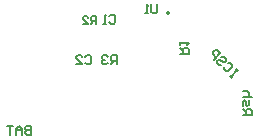
<source format=gbo>
G04 Layer_Color=32896*
%FSLAX25Y25*%
%MOIN*%
G70*
G01*
G75*
%ADD17C,0.00600*%
%ADD44C,0.00787*%
D17*
X-36500Y6999D02*
Y4000D01*
X-37999D01*
X-38499Y4500D01*
Y5000D01*
X-37999Y5500D01*
X-36500D01*
X-37999D01*
X-38499Y5999D01*
Y6499D01*
X-37999Y6999D01*
X-36500D01*
X-39499Y4000D02*
Y5999D01*
X-40499Y6999D01*
X-41498Y5999D01*
Y4000D01*
Y5500D01*
X-39499D01*
X-42498Y6999D02*
X-44497D01*
X-43498D01*
Y4000D01*
X-10499Y43499D02*
X-10000Y43999D01*
X-9000D01*
X-8500Y43499D01*
Y41500D01*
X-9000Y41000D01*
X-10000D01*
X-10499Y41500D01*
X-11499Y41000D02*
X-12499D01*
X-11999D01*
Y43999D01*
X-11499Y43499D01*
X-18499Y29999D02*
X-18000Y30499D01*
X-17000D01*
X-16500Y29999D01*
Y28000D01*
X-17000Y27500D01*
X-18000D01*
X-18499Y28000D01*
X-21498Y27500D02*
X-19499D01*
X-21498Y29499D01*
Y29999D01*
X-20999Y30499D01*
X-19999D01*
X-19499Y29999D01*
X32621Y25121D02*
X31914Y25828D01*
X32267Y25474D01*
X30147Y23353D01*
X30500Y23000D01*
X29793Y23707D01*
X29086Y27948D02*
X29793Y27948D01*
X30500Y27241D01*
Y26534D01*
X29086Y25121D01*
X28379D01*
X27672Y25828D01*
Y26534D01*
X26966Y30069D02*
X27672D01*
X28379Y29362D01*
Y28655D01*
X28026Y28302D01*
X27319Y28302D01*
X26612Y29008D01*
X25905Y29008D01*
X25552Y28655D01*
X25552Y27948D01*
X26259Y27241D01*
X26966D01*
X24491Y29008D02*
X26612Y31129D01*
X25552Y32189D01*
X24845Y32189D01*
X24138Y31482D01*
Y30776D01*
X25198Y29715D01*
X13000Y31000D02*
X15999D01*
Y32500D01*
X15499Y32999D01*
X14500D01*
X14000Y32500D01*
Y31000D01*
Y32000D02*
X13000Y32999D01*
Y33999D02*
Y34999D01*
Y34499D01*
X15999D01*
X15499Y33999D01*
X-15000Y41000D02*
Y43499D01*
X-16250D01*
X-16666Y43083D01*
Y42250D01*
X-16250Y41833D01*
X-15000D01*
X-15833D02*
X-16666Y41000D01*
X-19165D02*
X-17499D01*
X-19165Y42666D01*
Y43083D01*
X-18749Y43499D01*
X-17916D01*
X-17499Y43083D01*
X-8000Y27500D02*
Y30499D01*
X-9499D01*
X-9999Y29999D01*
Y29000D01*
X-9499Y28500D01*
X-8000D01*
X-9000D02*
X-9999Y27500D01*
X-10999Y29999D02*
X-11499Y30499D01*
X-12499D01*
X-12998Y29999D01*
Y29499D01*
X-12499Y29000D01*
X-11999D01*
X-12499D01*
X-12998Y28500D01*
Y28000D01*
X-12499Y27500D01*
X-11499D01*
X-10999Y28000D01*
X34000Y10500D02*
X36999D01*
Y11999D01*
X36499Y12499D01*
X35500D01*
X35000Y11999D01*
Y10500D01*
Y11500D02*
X34000Y12499D01*
Y13499D02*
Y14999D01*
X34500Y15498D01*
X35000Y14999D01*
Y13999D01*
X35500Y13499D01*
X35999Y13999D01*
Y15498D01*
X36999Y16498D02*
X34000D01*
X35500D01*
X35999Y16998D01*
Y17998D01*
X35500Y18497D01*
X34000D01*
X5500Y47499D02*
Y45000D01*
X5000Y44500D01*
X4000D01*
X3501Y45000D01*
Y47499D01*
X2501Y44500D02*
X1501D01*
X2001D01*
Y47499D01*
X2501Y46999D01*
D44*
X9504Y44587D02*
G03*
X9504Y44587I-492J0D01*
G01*
M02*

</source>
